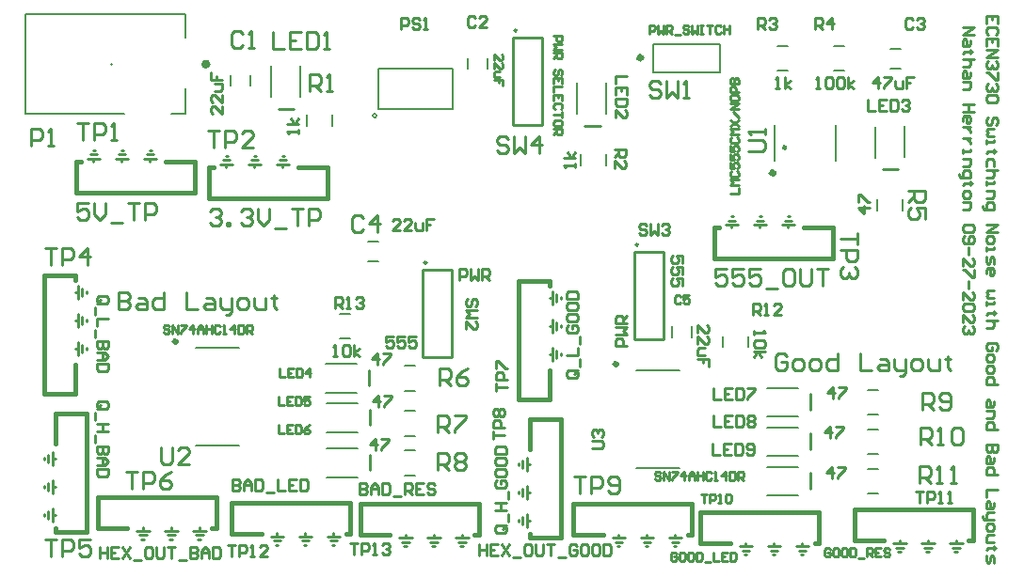
<source format=gto>
G04*
G04 #@! TF.GenerationSoftware,Altium Limited,Altium Designer,23.8.1 (32)*
G04*
G04 Layer_Color=65535*
%FSLAX44Y44*%
%MOMM*%
G71*
G04*
G04 #@! TF.SameCoordinates,CBBC78E8-B8C5-4662-8ADF-5789773BA4AE*
G04*
G04*
G04 #@! TF.FilePolarity,Positive*
G04*
G01*
G75*
%ADD10C,0.1524*%
%ADD11C,0.3810*%
%ADD12C,0.3000*%
%ADD13C,0.5080*%
%ADD14C,0.2540*%
%ADD15C,0.4000*%
%ADD16C,0.1270*%
%ADD17C,0.2000*%
%ADD18C,0.1999*%
D10*
X320566Y410460D02*
G03*
X320566Y410460I-1796J0D01*
G01*
X501350Y412242D02*
Y440182D01*
X527350Y412496D02*
Y440436D01*
X762254Y105440D02*
X771906D01*
X762254Y128240D02*
X771906D01*
X762254Y141000D02*
X771906D01*
X762254Y163800D02*
X771906D01*
X762254Y69880D02*
X771906D01*
X762254Y92680D02*
X771906D01*
X389128Y416318D02*
Y453402D01*
X322072D02*
X389128D01*
X322072Y416318D02*
Y453402D01*
Y416318D02*
X389128D01*
X287528Y209580D02*
X297180D01*
X287528Y232380D02*
X297180D01*
X655290Y202184D02*
Y211836D01*
X632490Y202184D02*
Y211836D01*
X782574Y471170D02*
X792226D01*
X782574Y453390D02*
X792226D01*
X731774Y450880D02*
X741426D01*
X731774Y473680D02*
X741426D01*
X680974Y450880D02*
X690626D01*
X680974Y473680D02*
X690626D01*
X275844Y110790D02*
X303784D01*
X276098Y84790D02*
X304038D01*
X275844Y151430D02*
X303784D01*
X276098Y125430D02*
X304038D01*
X274574Y186990D02*
X302514D01*
X274828Y160990D02*
X302768D01*
X345694Y109190D02*
X355346D01*
X345694Y86390D02*
X355346D01*
X345694Y144750D02*
X355346D01*
X345694Y121950D02*
X355346D01*
X345694Y185390D02*
X355346D01*
X345694Y162590D02*
X355346D01*
X586740Y211074D02*
Y220726D01*
X604520Y211074D02*
Y220726D01*
X672084Y94280D02*
X700024D01*
X672338Y68280D02*
X700278D01*
X672084Y129840D02*
X700024D01*
X672338Y103840D02*
X700278D01*
X672084Y165400D02*
X700024D01*
X672338Y139400D02*
X700278D01*
X420370Y452628D02*
Y462280D01*
X402590Y452628D02*
Y462280D01*
X257840Y401574D02*
Y411226D01*
X280640Y401574D02*
Y411226D01*
X504220Y366014D02*
Y375666D01*
X527020Y366014D02*
Y375666D01*
X795320Y373126D02*
Y401066D01*
X769320Y372872D02*
Y400812D01*
X793720Y325374D02*
Y335026D01*
X770920Y325374D02*
Y335026D01*
X207010Y437388D02*
Y447040D01*
X189230Y437388D02*
Y447040D01*
X251760Y427736D02*
Y455676D01*
X225760Y427482D02*
Y455422D01*
X312674Y279400D02*
X322326D01*
X312674Y297180D02*
X322326D01*
D11*
X140970Y207010D02*
G03*
X140970Y207010I-1270J0D01*
G01*
X537210Y186690D02*
G03*
X537210Y186690I-1270J0D01*
G01*
X306070Y60960D02*
X412750D01*
Y33020D02*
Y60960D01*
X408940Y33020D02*
X412750D01*
X306070D02*
Y60960D01*
Y33020D02*
X332740D01*
X190500Y62230D02*
X297180D01*
Y34290D02*
Y62230D01*
X293370Y34290D02*
X297180D01*
X190500D02*
Y62230D01*
Y34290D02*
X217170D01*
X750570Y55880D02*
X857250D01*
Y27940D02*
Y55880D01*
X853440Y27940D02*
X857250D01*
X750570D02*
Y55880D01*
Y27940D02*
X777240D01*
X612140Y53340D02*
X718820D01*
Y25400D02*
Y53340D01*
X715010Y25400D02*
X718820D01*
X612140D02*
Y53340D01*
Y25400D02*
X638810D01*
X704850Y309880D02*
X731520D01*
Y281940D02*
Y309880D01*
X624840D02*
X628650D01*
X624840Y281940D02*
Y309880D01*
Y281940D02*
X731520D01*
X250190Y364490D02*
X276860D01*
Y336550D02*
Y364490D01*
X170180D02*
X173990D01*
X170180Y336550D02*
Y364490D01*
Y336550D02*
X276860D01*
X69850Y67310D02*
X176530D01*
Y39370D02*
Y67310D01*
X172720Y39370D02*
X176530D01*
X69850D02*
Y67310D01*
Y39370D02*
X96520D01*
X59690Y35560D02*
Y142240D01*
X31750Y35560D02*
X59690D01*
X31750D02*
Y39370D01*
Y142240D02*
X59690D01*
X31750Y115570D02*
Y142240D01*
X21590Y160020D02*
Y266700D01*
X49530D01*
Y262890D02*
Y266700D01*
X21590Y160020D02*
X49530D01*
Y186690D01*
X448310Y154940D02*
Y261620D01*
X476250D01*
Y257810D02*
Y261620D01*
X448310Y154940D02*
X476250D01*
Y181610D01*
X486410Y30480D02*
Y137160D01*
X458470Y30480D02*
X486410D01*
X458470D02*
Y34290D01*
Y137160D02*
X486410D01*
X458470Y110490D02*
Y137160D01*
X497840Y60960D02*
X604520D01*
Y33020D02*
Y60960D01*
X600710Y33020D02*
X604520D01*
X497840D02*
Y60960D01*
Y33020D02*
X524510D01*
X50800Y341630D02*
X157480D01*
X50800D02*
Y369570D01*
X54610D01*
X157480Y341630D02*
Y369570D01*
X130810D02*
X157480D01*
D12*
X688578Y382016D02*
G03*
X688578Y382016I-1000J0D01*
G01*
D13*
X678160Y358830D02*
G03*
X678160Y358830I-1250J0D01*
G01*
X559027Y462675D02*
G03*
X559027Y462675I-1270J0D01*
G01*
D14*
X446782Y487680D02*
G03*
X446782Y487680I-1000J0D01*
G01*
X365502Y278130D02*
G03*
X365502Y278130I-1000J0D01*
G01*
X556002Y294640D02*
G03*
X556002Y294640I-1000J0D01*
G01*
X507746Y401574D02*
X521970D01*
X396298Y22860D02*
X398145D01*
X394335Y26670D02*
X400685D01*
X397510Y30480D02*
Y33088D01*
X391795Y30480D02*
X403225D01*
X370898Y22860D02*
X372745D01*
X368935Y26670D02*
X375285D01*
X372110Y30480D02*
Y33088D01*
X366395Y30480D02*
X377825D01*
X345498Y22860D02*
X347345D01*
X343535Y26670D02*
X349885D01*
X346710Y30480D02*
Y33088D01*
X340995Y30480D02*
X352425D01*
X280728Y24130D02*
X282575D01*
X278765Y27940D02*
X285115D01*
X281940Y31750D02*
Y34358D01*
X276225Y31750D02*
X287655D01*
X255328Y24130D02*
X257175D01*
X253365Y27940D02*
X259715D01*
X256540Y31750D02*
Y34358D01*
X250825Y31750D02*
X262255D01*
X229928Y24130D02*
X231775D01*
X227965Y27940D02*
X234315D01*
X231140Y31750D02*
Y34358D01*
X225425Y31750D02*
X236855D01*
X840798Y17780D02*
X842645D01*
X838835Y21590D02*
X845185D01*
X842010Y25400D02*
Y28008D01*
X836295Y25400D02*
X847725D01*
X815398Y17780D02*
X817245D01*
X813435Y21590D02*
X819785D01*
X816610Y25400D02*
Y28008D01*
X810895Y25400D02*
X822325D01*
X789998Y17780D02*
X791845D01*
X788035Y21590D02*
X794385D01*
X791210Y25400D02*
Y28008D01*
X785495Y25400D02*
X796925D01*
X702368Y15240D02*
X704215D01*
X700405Y19050D02*
X706755D01*
X703580Y22860D02*
Y25468D01*
X697865Y22860D02*
X709295D01*
X676968Y15240D02*
X678815D01*
X675005Y19050D02*
X681355D01*
X678180Y22860D02*
Y25468D01*
X672465Y22860D02*
X683895D01*
X651568Y15240D02*
X653415D01*
X649605Y19050D02*
X655955D01*
X652780Y22860D02*
Y25468D01*
X647065Y22860D02*
X658495D01*
X685165Y312420D02*
X696595D01*
X690880Y309812D02*
Y312420D01*
X687705Y316230D02*
X694055D01*
X690245Y320040D02*
X692092D01*
X659765Y312420D02*
X671195D01*
X665480Y309812D02*
Y312420D01*
X662305Y316230D02*
X668655D01*
X664845Y320040D02*
X666692D01*
X634365Y312420D02*
X645795D01*
X640080Y309812D02*
Y312420D01*
X636905Y316230D02*
X643255D01*
X639445Y320040D02*
X641292D01*
X443230Y402590D02*
Y481330D01*
X469900D01*
X443230Y402590D02*
X469900D01*
Y481330D01*
X230505Y367030D02*
X241935D01*
X236220Y364422D02*
Y367030D01*
X233045Y370840D02*
X239395D01*
X235585Y374650D02*
X237432D01*
X205105Y367030D02*
X216535D01*
X210820Y364422D02*
Y367030D01*
X207645Y370840D02*
X213995D01*
X210185Y374650D02*
X212032D01*
X179705Y367030D02*
X191135D01*
X185420Y364422D02*
Y367030D01*
X182245Y370840D02*
X188595D01*
X184785Y374650D02*
X186632D01*
X361950Y193040D02*
Y271780D01*
X388620D01*
X361950Y193040D02*
X388620D01*
Y271780D01*
X314706Y91186D02*
Y105410D01*
Y131826D02*
Y146050D01*
X313436Y167386D02*
Y181610D01*
X160078Y29210D02*
X161925D01*
X158115Y33020D02*
X164465D01*
X161290Y36830D02*
Y39438D01*
X155575Y36830D02*
X167005D01*
X134678Y29210D02*
X136525D01*
X132715Y33020D02*
X139065D01*
X135890Y36830D02*
Y39438D01*
X130175Y36830D02*
X141605D01*
X109278Y29210D02*
X111125D01*
X107315Y33020D02*
X113665D01*
X110490Y36830D02*
Y39438D01*
X104775Y36830D02*
X116205D01*
X21590Y50165D02*
Y52012D01*
X25400Y47625D02*
Y53975D01*
X29210Y50800D02*
X31818D01*
X29210Y45085D02*
Y56515D01*
X21590Y75565D02*
Y77412D01*
X25400Y73025D02*
Y79375D01*
X29210Y76200D02*
X31818D01*
X29210Y70485D02*
Y81915D01*
X21590Y100965D02*
Y102812D01*
X25400Y98425D02*
Y104775D01*
X29210Y101600D02*
X31818D01*
X29210Y95885D02*
Y107315D01*
X59690Y250248D02*
Y252095D01*
X55880Y248285D02*
Y254635D01*
X49462Y251460D02*
X52070D01*
Y245745D02*
Y257175D01*
X59690Y224848D02*
Y226695D01*
X55880Y222885D02*
Y229235D01*
X49462Y226060D02*
X52070D01*
Y220345D02*
Y231775D01*
X59690Y199448D02*
Y201295D01*
X55880Y197485D02*
Y203835D01*
X49462Y200660D02*
X52070D01*
Y194945D02*
Y206375D01*
X552450Y209550D02*
Y288290D01*
X579120D01*
X552450Y209550D02*
X579120D01*
Y288290D01*
X486410Y245168D02*
Y247015D01*
X482600Y243205D02*
Y249555D01*
X476182Y246380D02*
X478790D01*
Y240665D02*
Y252095D01*
X486410Y219768D02*
Y221615D01*
X482600Y217805D02*
Y224155D01*
X476182Y220980D02*
X478790D01*
Y215265D02*
Y226695D01*
X486410Y194368D02*
Y196215D01*
X482600Y192405D02*
Y198755D01*
X476182Y195580D02*
X478790D01*
Y189865D02*
Y201295D01*
X448310Y45085D02*
Y46932D01*
X452120Y42545D02*
Y48895D01*
X455930Y45720D02*
X458538D01*
X455930Y40005D02*
Y51435D01*
X448310Y70485D02*
Y72332D01*
X452120Y67945D02*
Y74295D01*
X455930Y71120D02*
X458538D01*
X455930Y65405D02*
Y76835D01*
X448310Y95885D02*
Y97732D01*
X452120Y93345D02*
Y99695D01*
X455930Y96520D02*
X458538D01*
X455930Y90805D02*
Y102235D01*
X588068Y22860D02*
X589915D01*
X586105Y26670D02*
X592455D01*
X589280Y30480D02*
Y33088D01*
X583565Y30480D02*
X594995D01*
X562668Y22860D02*
X564515D01*
X560705Y26670D02*
X567055D01*
X563880Y30480D02*
Y33088D01*
X558165Y30480D02*
X569595D01*
X537268Y22860D02*
X539115D01*
X535305Y26670D02*
X541655D01*
X538480Y30480D02*
Y33088D01*
X532765Y30480D02*
X544195D01*
X710946Y74676D02*
Y88900D01*
Y110236D02*
Y124460D01*
Y145796D02*
Y160020D01*
X775716Y362204D02*
X789940D01*
X81510Y457200D02*
X81590D01*
X232156Y416814D02*
X246380D01*
X65405Y379730D02*
X67252D01*
X62865Y375920D02*
X69215D01*
X66040Y369502D02*
Y372110D01*
X60325D02*
X71755D01*
X90805Y379730D02*
X92652D01*
X88265Y375920D02*
X94615D01*
X91440Y369502D02*
Y372110D01*
X85725D02*
X97155D01*
X116205Y379730D02*
X118052D01*
X113665Y375920D02*
X120015D01*
X116840Y369502D02*
Y372110D01*
X111125D02*
X122555D01*
X879762Y493609D02*
Y500380D01*
X869605D01*
Y493609D01*
X874684Y500380D02*
Y496994D01*
X878069Y483452D02*
X879762Y485145D01*
Y488531D01*
X878069Y490223D01*
X871298D01*
X869605Y488531D01*
Y485145D01*
X871298Y483452D01*
X879762Y473295D02*
Y480067D01*
X869605D01*
Y473295D01*
X874684Y480067D02*
Y476681D01*
X869605Y469910D02*
X879762D01*
X869605Y463139D01*
X879762D01*
X878069Y459753D02*
X879762Y458060D01*
Y454675D01*
X878069Y452982D01*
X876376D01*
X874684Y454675D01*
Y456367D01*
Y454675D01*
X872991Y452982D01*
X871298D01*
X869605Y454675D01*
Y458060D01*
X871298Y459753D01*
X879762Y449596D02*
Y442825D01*
X878069D01*
X871298Y449596D01*
X869605D01*
X878069Y439440D02*
X879762Y437747D01*
Y434361D01*
X878069Y432668D01*
X876376D01*
X874684Y434361D01*
Y436054D01*
Y434361D01*
X872991Y432668D01*
X871298D01*
X869605Y434361D01*
Y437747D01*
X871298Y439440D01*
X878069Y429283D02*
X879762Y427590D01*
Y424205D01*
X878069Y422512D01*
X871298D01*
X869605Y424205D01*
Y427590D01*
X871298Y429283D01*
X878069D01*
Y402198D02*
X879762Y403891D01*
Y407277D01*
X878069Y408969D01*
X876376D01*
X874684Y407277D01*
Y403891D01*
X872991Y402198D01*
X871298D01*
X869605Y403891D01*
Y407277D01*
X871298Y408969D01*
X876376Y398813D02*
X871298D01*
X869605Y397120D01*
X871298Y395427D01*
X869605Y393734D01*
X871298Y392042D01*
X876376D01*
X869605Y388656D02*
Y385271D01*
Y386963D01*
X876376D01*
Y388656D01*
X878069Y378499D02*
X876376D01*
Y380192D01*
Y376806D01*
Y378499D01*
X871298D01*
X869605Y376806D01*
X876376Y364957D02*
Y370035D01*
X874684Y371728D01*
X871298D01*
X869605Y370035D01*
Y364957D01*
X879762Y361571D02*
X869605D01*
X874684D01*
X876376Y359879D01*
Y356493D01*
X874684Y354800D01*
X869605D01*
Y351415D02*
Y348029D01*
Y349722D01*
X876376D01*
Y351415D01*
X869605Y342951D02*
X876376D01*
Y337872D01*
X874684Y336180D01*
X869605D01*
X866220Y329408D02*
Y327716D01*
X867912Y326023D01*
X876376D01*
Y331101D01*
X874684Y332794D01*
X871298D01*
X869605Y331101D01*
Y326023D01*
Y312481D02*
X879762D01*
X869605Y305709D01*
X879762D01*
X869605Y300631D02*
Y297246D01*
X871298Y295553D01*
X874684D01*
X876376Y297246D01*
Y300631D01*
X874684Y302324D01*
X871298D01*
X869605Y300631D01*
Y292167D02*
Y288782D01*
Y290474D01*
X876376D01*
Y292167D01*
X869605Y283703D02*
Y278625D01*
X871298Y276932D01*
X872991Y278625D01*
Y282010D01*
X874684Y283703D01*
X876376Y282010D01*
Y276932D01*
X869605Y268468D02*
Y271854D01*
X871298Y273547D01*
X874684D01*
X876376Y271854D01*
Y268468D01*
X874684Y266775D01*
X872991D01*
Y273547D01*
X876376Y253233D02*
X871298D01*
X869605Y251540D01*
X871298Y249848D01*
X869605Y248155D01*
X871298Y246462D01*
X876376D01*
X869605Y243076D02*
Y239691D01*
Y241383D01*
X876376D01*
Y243076D01*
X878069Y232920D02*
X876376D01*
Y234612D01*
Y231227D01*
Y232920D01*
X871298D01*
X869605Y231227D01*
X879762Y226148D02*
X869605D01*
X874684D01*
X876376Y224456D01*
Y221070D01*
X874684Y219377D01*
X869605D01*
X878069Y199064D02*
X879762Y200757D01*
Y204142D01*
X878069Y205835D01*
X871298D01*
X869605Y204142D01*
Y200757D01*
X871298Y199064D01*
X874684D01*
Y202449D01*
X869605Y193986D02*
Y190600D01*
X871298Y188907D01*
X874684D01*
X876376Y190600D01*
Y193986D01*
X874684Y195678D01*
X871298D01*
X869605Y193986D01*
Y183829D02*
Y180443D01*
X871298Y178750D01*
X874684D01*
X876376Y180443D01*
Y183829D01*
X874684Y185522D01*
X871298D01*
X869605Y183829D01*
X879762Y168594D02*
X869605D01*
Y173672D01*
X871298Y175365D01*
X874684D01*
X876376Y173672D01*
Y168594D01*
Y153359D02*
Y149973D01*
X874684Y148280D01*
X869605D01*
Y153359D01*
X871298Y155051D01*
X872991Y153359D01*
Y148280D01*
X869605Y144895D02*
X876376D01*
Y139816D01*
X874684Y138124D01*
X869605D01*
X879762Y127967D02*
X869605D01*
Y133045D01*
X871298Y134738D01*
X874684D01*
X876376Y133045D01*
Y127967D01*
X879762Y114424D02*
X869605D01*
Y109346D01*
X871298Y107653D01*
X872991D01*
X874684Y109346D01*
Y114424D01*
Y109346D01*
X876376Y107653D01*
X878069D01*
X879762Y109346D01*
Y114424D01*
X876376Y102575D02*
Y99189D01*
X874684Y97497D01*
X869605D01*
Y102575D01*
X871298Y104268D01*
X872991Y102575D01*
Y97497D01*
X879762Y87340D02*
X869605D01*
Y92418D01*
X871298Y94111D01*
X874684D01*
X876376Y92418D01*
Y87340D01*
X879762Y73798D02*
X869605D01*
Y67027D01*
X876376Y61948D02*
Y58562D01*
X874684Y56870D01*
X869605D01*
Y61948D01*
X871298Y63641D01*
X872991Y61948D01*
Y56870D01*
X876376Y53484D02*
X871298D01*
X869605Y51791D01*
Y46713D01*
X867912D01*
X866220Y48406D01*
Y50099D01*
X869605Y46713D02*
X876376D01*
X869605Y41635D02*
Y38249D01*
X871298Y36556D01*
X874684D01*
X876376Y38249D01*
Y41635D01*
X874684Y43327D01*
X871298D01*
X869605Y41635D01*
X876376Y33171D02*
X871298D01*
X869605Y31478D01*
Y26400D01*
X876376D01*
X878069Y21321D02*
X876376D01*
Y23014D01*
Y19628D01*
Y21321D01*
X871298D01*
X869605Y19628D01*
Y14550D02*
Y9472D01*
X871298Y7779D01*
X872991Y9472D01*
Y12857D01*
X874684Y14550D01*
X876376Y12857D01*
Y7779D01*
X847936Y490223D02*
X858092D01*
X847936Y483452D01*
X858092D01*
X854707Y478374D02*
Y474988D01*
X853014Y473295D01*
X847936D01*
Y478374D01*
X849628Y480067D01*
X851321Y478374D01*
Y473295D01*
X856400Y468217D02*
X854707D01*
Y469910D01*
Y466524D01*
Y468217D01*
X849628D01*
X847936Y466524D01*
X858092Y461446D02*
X847936D01*
X853014D01*
X854707Y459753D01*
Y456367D01*
X853014Y454675D01*
X847936D01*
X854707Y449596D02*
Y446211D01*
X853014Y444518D01*
X847936D01*
Y449596D01*
X849628Y451289D01*
X851321Y449596D01*
Y444518D01*
X847936Y441132D02*
X854707D01*
Y436054D01*
X853014Y434361D01*
X847936D01*
X858092Y420819D02*
X847936D01*
X853014D01*
Y414048D01*
X858092D01*
X847936D01*
Y405584D02*
Y408969D01*
X849628Y410662D01*
X853014D01*
X854707Y408969D01*
Y405584D01*
X853014Y403891D01*
X851321D01*
Y410662D01*
X854707Y400505D02*
X847936D01*
X851321D01*
X853014Y398813D01*
X854707Y397120D01*
Y395427D01*
Y390349D02*
X847936D01*
X851321D01*
X853014Y388656D01*
X854707Y386963D01*
Y385271D01*
X847936Y380192D02*
Y376806D01*
Y378499D01*
X854707D01*
Y380192D01*
X847936Y371728D02*
X854707D01*
Y366650D01*
X853014Y364957D01*
X847936D01*
X844550Y358186D02*
Y356493D01*
X846243Y354800D01*
X854707D01*
Y359879D01*
X853014Y361571D01*
X849628D01*
X847936Y359879D01*
Y354800D01*
X856400Y349722D02*
X854707D01*
Y351415D01*
Y348029D01*
Y349722D01*
X849628D01*
X847936Y348029D01*
Y341258D02*
Y337872D01*
X849628Y336180D01*
X853014D01*
X854707Y337872D01*
Y341258D01*
X853014Y342951D01*
X849628D01*
X847936Y341258D01*
Y332794D02*
X854707D01*
Y327716D01*
X853014Y326023D01*
X847936D01*
X856400Y312481D02*
X858092Y310788D01*
Y307402D01*
X856400Y305709D01*
X849628D01*
X847936Y307402D01*
Y310788D01*
X849628Y312481D01*
X856400D01*
X849628Y302324D02*
X847936Y300631D01*
Y297246D01*
X849628Y295553D01*
X856400D01*
X858092Y297246D01*
Y300631D01*
X856400Y302324D01*
X854707D01*
X853014Y300631D01*
Y295553D01*
Y292167D02*
Y285396D01*
X847936Y275239D02*
Y282010D01*
X854707Y275239D01*
X856400D01*
X858092Y276932D01*
Y280318D01*
X856400Y282010D01*
X858092Y271854D02*
Y265083D01*
X856400D01*
X849628Y271854D01*
X847936D01*
X853014Y261697D02*
Y254926D01*
X847936Y244769D02*
Y251540D01*
X854707Y244769D01*
X856400D01*
X858092Y246462D01*
Y249848D01*
X856400Y251540D01*
Y241383D02*
X858092Y239691D01*
Y236305D01*
X856400Y234612D01*
X849628D01*
X847936Y236305D01*
Y239691D01*
X849628Y241383D01*
X856400D01*
X847936Y224456D02*
Y231227D01*
X854707Y224456D01*
X856400D01*
X858092Y226148D01*
Y229534D01*
X856400Y231227D01*
Y221070D02*
X858092Y219377D01*
Y215992D01*
X856400Y214299D01*
X854707D01*
X853014Y215992D01*
Y217684D01*
Y215992D01*
X851321Y214299D01*
X849628D01*
X847936Y215992D01*
Y219377D01*
X849628Y221070D01*
X250190Y394970D02*
Y398356D01*
Y396663D01*
X240033D01*
X241726Y394970D01*
X250190Y403434D02*
X240033D01*
X246804D02*
X243419Y408512D01*
X246804Y403434D02*
X250190Y408512D01*
X764540Y327658D02*
X754383D01*
X759462Y322580D01*
Y329351D01*
X754383Y332737D02*
Y339508D01*
X756076D01*
X762847Y332737D01*
X764540D01*
X595627Y277709D02*
Y284480D01*
X590548D01*
X592241Y281094D01*
Y279402D01*
X590548Y277709D01*
X587163D01*
X585470Y279402D01*
Y282787D01*
X587163Y284480D01*
X595627Y267552D02*
Y274323D01*
X590548D01*
X592241Y270938D01*
Y269245D01*
X590548Y267552D01*
X587163D01*
X585470Y269245D01*
Y272631D01*
X587163Y274323D01*
X595627Y257395D02*
Y264167D01*
X590548D01*
X592241Y260781D01*
Y259088D01*
X590548Y257395D01*
X587163D01*
X585470Y259088D01*
Y262474D01*
X587163Y264167D01*
X335701Y212087D02*
X328930D01*
Y207008D01*
X332316Y208701D01*
X334008D01*
X335701Y207008D01*
Y203623D01*
X334008Y201930D01*
X330623D01*
X328930Y203623D01*
X345858Y212087D02*
X339087D01*
Y207008D01*
X342472Y208701D01*
X344165D01*
X345858Y207008D01*
Y203623D01*
X344165Y201930D01*
X340779D01*
X339087Y203623D01*
X356015Y212087D02*
X349243D01*
Y207008D01*
X352629Y208701D01*
X354322D01*
X356015Y207008D01*
Y203623D01*
X354322Y201930D01*
X350936D01*
X349243Y203623D01*
X426720Y461012D02*
Y466090D01*
X431798Y461012D01*
X433068D01*
X434338Y462281D01*
Y464820D01*
X433068Y466090D01*
X426720Y453394D02*
Y458473D01*
X431798Y453394D01*
X433068D01*
X434338Y454664D01*
Y457203D01*
X433068Y458473D01*
X431798Y450855D02*
X427990D01*
X426720Y449585D01*
Y445777D01*
X431798D01*
X434338Y438159D02*
Y443237D01*
X430529D01*
Y440698D01*
Y443237D01*
X426720D01*
X689607Y194304D02*
X687067Y196843D01*
X681989D01*
X679450Y194304D01*
Y184147D01*
X681989Y181608D01*
X687067D01*
X689607Y184147D01*
Y189226D01*
X684528D01*
X697224Y181608D02*
X702303D01*
X704842Y184147D01*
Y189226D01*
X702303Y191765D01*
X697224D01*
X694685Y189226D01*
Y184147D01*
X697224Y181608D01*
X712459D02*
X717538D01*
X720077Y184147D01*
Y189226D01*
X717538Y191765D01*
X712459D01*
X709920Y189226D01*
Y184147D01*
X712459Y181608D01*
X735312Y196843D02*
Y181608D01*
X727694D01*
X725155Y184147D01*
Y189226D01*
X727694Y191765D01*
X735312D01*
X755625Y196843D02*
Y181608D01*
X765782D01*
X773400Y191765D02*
X778478D01*
X781017Y189226D01*
Y181608D01*
X773400D01*
X770860Y184147D01*
X773400Y186687D01*
X781017D01*
X786096Y191765D02*
Y184147D01*
X788635Y181608D01*
X796252D01*
Y179069D01*
X793713Y176530D01*
X791174D01*
X796252Y181608D02*
Y191765D01*
X803870Y181608D02*
X808948D01*
X811487Y184147D01*
Y189226D01*
X808948Y191765D01*
X803870D01*
X801331Y189226D01*
Y184147D01*
X803870Y181608D01*
X816566Y191765D02*
Y184147D01*
X819105Y181608D01*
X826722D01*
Y191765D01*
X834340Y194304D02*
Y191765D01*
X831801D01*
X836879D01*
X834340D01*
Y184147D01*
X836879Y181608D01*
X281940Y194310D02*
X285326D01*
X283633D01*
Y204467D01*
X281940Y202774D01*
X290404D02*
X292097Y204467D01*
X295482D01*
X297175Y202774D01*
Y196003D01*
X295482Y194310D01*
X292097D01*
X290404Y196003D01*
Y202774D01*
X300561Y194310D02*
Y204467D01*
Y197696D02*
X305639Y201081D01*
X300561Y197696D02*
X305639Y194310D01*
X728978Y120650D02*
Y130807D01*
X723900Y125728D01*
X730671D01*
X734057Y130807D02*
X740828D01*
Y129114D01*
X734057Y122343D01*
Y120650D01*
X394970Y262890D02*
Y273047D01*
X400048D01*
X401741Y271354D01*
Y267968D01*
X400048Y266276D01*
X394970D01*
X405127Y273047D02*
Y262890D01*
X408512Y266276D01*
X411898Y262890D01*
Y273047D01*
X415283Y262890D02*
Y273047D01*
X420362D01*
X422055Y271354D01*
Y267968D01*
X420362Y266276D01*
X415283D01*
X418669D02*
X422055Y262890D01*
X679450Y435610D02*
X682836D01*
X681143D01*
Y445767D01*
X679450Y444074D01*
X687914Y435610D02*
Y445767D01*
Y438996D02*
X692992Y442381D01*
X687914Y438996D02*
X692992Y435610D01*
X181610Y419521D02*
Y412750D01*
X174839Y419521D01*
X173146D01*
X171453Y417828D01*
Y414443D01*
X173146Y412750D01*
X181610Y429678D02*
Y422907D01*
X174839Y429678D01*
X173146D01*
X171453Y427985D01*
Y424599D01*
X173146Y422907D01*
X174839Y433064D02*
X179917D01*
X181610Y434756D01*
Y439835D01*
X174839D01*
X171453Y449991D02*
Y443220D01*
X176532D01*
Y446606D01*
Y443220D01*
X181610D01*
X716280Y435610D02*
X719666D01*
X717973D01*
Y445767D01*
X716280Y444074D01*
X724744D02*
X726437Y445767D01*
X729822D01*
X731515Y444074D01*
Y437303D01*
X729822Y435610D01*
X726437D01*
X724744Y437303D01*
Y444074D01*
X734901D02*
X736593Y445767D01*
X739979D01*
X741672Y444074D01*
Y437303D01*
X739979Y435610D01*
X736593D01*
X734901Y437303D01*
Y444074D01*
X745057Y435610D02*
Y445767D01*
Y438996D02*
X750136Y442381D01*
X745057Y438996D02*
X750136Y435610D01*
X321308Y186690D02*
Y196847D01*
X316230Y191768D01*
X323001D01*
X326387Y196847D02*
X333158D01*
Y195154D01*
X326387Y188383D01*
Y186690D01*
X660400Y217170D02*
Y213784D01*
Y215477D01*
X670557D01*
X668864Y217170D01*
Y208706D02*
X670557Y207013D01*
Y203628D01*
X668864Y201935D01*
X662093D01*
X660400Y203628D01*
Y207013D01*
X662093Y208706D01*
X668864D01*
X660400Y198549D02*
X670557D01*
X663786D02*
X667171Y193471D01*
X663786Y198549D02*
X660400Y193471D01*
X546100Y203200D02*
X535943D01*
Y208278D01*
X537636Y209971D01*
X541022D01*
X542714Y208278D01*
Y203200D01*
X535943Y213357D02*
X546100D01*
X542714Y216742D01*
X546100Y220128D01*
X535943D01*
X546100Y223513D02*
X535943D01*
Y228592D01*
X537636Y230285D01*
X541022D01*
X542714Y228592D01*
Y223513D01*
Y226899D02*
X546100Y230285D01*
X731518Y156210D02*
Y166367D01*
X726440Y161288D01*
X733211D01*
X736597Y166367D02*
X743368D01*
Y164674D01*
X736597Y157903D01*
Y156210D01*
X342051Y307340D02*
X335280D01*
X342051Y314111D01*
Y315804D01*
X340358Y317497D01*
X336973D01*
X335280Y315804D01*
X352208Y307340D02*
X345437D01*
X352208Y314111D01*
Y315804D01*
X350515Y317497D01*
X347130D01*
X345437Y315804D01*
X355593Y314111D02*
Y309033D01*
X357286Y307340D01*
X362365D01*
Y314111D01*
X372521Y317497D02*
X365750D01*
Y312418D01*
X369136D01*
X365750D01*
Y307340D01*
X609600Y215479D02*
Y222250D01*
X616371Y215479D01*
X618064D01*
X619757Y217172D01*
Y220557D01*
X618064Y222250D01*
X609600Y205322D02*
Y212093D01*
X616371Y205322D01*
X618064D01*
X619757Y207015D01*
Y210401D01*
X618064Y212093D01*
X616371Y201936D02*
X611293D01*
X609600Y200244D01*
Y195165D01*
X616371D01*
X619757Y185009D02*
Y191780D01*
X614678D01*
Y188394D01*
Y191780D01*
X609600D01*
X730248Y83820D02*
Y93977D01*
X725170Y88898D01*
X731941D01*
X735327Y93977D02*
X742098D01*
Y92284D01*
X735327Y85513D01*
Y83820D01*
X772158Y435610D02*
Y445767D01*
X767080Y440688D01*
X773851D01*
X777237Y445767D02*
X784008D01*
Y444074D01*
X777237Y437303D01*
Y435610D01*
X787393Y442381D02*
Y437303D01*
X789086Y435610D01*
X794165D01*
Y442381D01*
X804321Y445767D02*
X797550D01*
Y440688D01*
X800936D01*
X797550D01*
Y435610D01*
X322324Y148590D02*
Y158747D01*
X317246Y153668D01*
X324017D01*
X327403Y158747D02*
X334174D01*
Y157054D01*
X327403Y150283D01*
Y148590D01*
X499110Y364490D02*
Y367876D01*
Y366183D01*
X488953D01*
X490646Y364490D01*
X499110Y372954D02*
X488953D01*
X495724D02*
X492339Y378032D01*
X495724Y372954D02*
X499110Y378032D01*
X320038Y109220D02*
Y119377D01*
X314960Y114298D01*
X321731D01*
X325117Y119377D02*
X331888D01*
Y117684D01*
X325117Y110913D01*
Y109220D01*
X88900Y251453D02*
Y236218D01*
X96517D01*
X99057Y238757D01*
Y241297D01*
X96517Y243836D01*
X88900D01*
X96517D01*
X99057Y246375D01*
Y248914D01*
X96517Y251453D01*
X88900D01*
X106674Y246375D02*
X111753D01*
X114292Y243836D01*
Y236218D01*
X106674D01*
X104135Y238757D01*
X106674Y241297D01*
X114292D01*
X129527Y251453D02*
Y236218D01*
X121909D01*
X119370Y238757D01*
Y243836D01*
X121909Y246375D01*
X129527D01*
X149840Y251453D02*
Y236218D01*
X159997D01*
X167614Y246375D02*
X172693D01*
X175232Y243836D01*
Y236218D01*
X167614D01*
X165075Y238757D01*
X167614Y241297D01*
X175232D01*
X180310Y246375D02*
Y238757D01*
X182850Y236218D01*
X190467D01*
Y233679D01*
X187928Y231140D01*
X185389D01*
X190467Y236218D02*
Y246375D01*
X198085Y236218D02*
X203163D01*
X205702Y238757D01*
Y243836D01*
X203163Y246375D01*
X198085D01*
X195546Y243836D01*
Y238757D01*
X198085Y236218D01*
X210781Y246375D02*
Y238757D01*
X213320Y236218D01*
X220937D01*
Y246375D01*
X228555Y248914D02*
Y246375D01*
X226016D01*
X231094D01*
X228555D01*
Y238757D01*
X231094Y236218D01*
X297186Y25398D02*
X303957D01*
X300571D01*
Y15242D01*
X307342D02*
Y25398D01*
X312421D01*
X314114Y23706D01*
Y20320D01*
X312421Y18627D01*
X307342D01*
X317499Y15242D02*
X320885D01*
X319192D01*
Y25398D01*
X317499Y23706D01*
X325963D02*
X327656Y25398D01*
X331041D01*
X332734Y23706D01*
Y22013D01*
X331041Y20320D01*
X329349D01*
X331041D01*
X332734Y18627D01*
Y16934D01*
X331041Y15242D01*
X327656D01*
X325963Y16934D01*
X305234Y79585D02*
Y69428D01*
X310313D01*
X312005Y71121D01*
Y72814D01*
X310313Y74506D01*
X305234D01*
X310313D01*
X312005Y76199D01*
Y77892D01*
X310313Y79585D01*
X305234D01*
X315391Y69428D02*
Y76199D01*
X318777Y79585D01*
X322162Y76199D01*
Y69428D01*
Y74506D01*
X315391D01*
X325548Y79585D02*
Y69428D01*
X330626D01*
X332319Y71121D01*
Y77892D01*
X330626Y79585D01*
X325548D01*
X335704Y67735D02*
X342476D01*
X345861Y69428D02*
Y79585D01*
X350939D01*
X352632Y77892D01*
Y74506D01*
X350939Y72814D01*
X345861D01*
X349247D02*
X352632Y69428D01*
X362789Y79585D02*
X356018D01*
Y69428D01*
X362789D01*
X356018Y74506D02*
X359403D01*
X372946Y77892D02*
X371253Y79585D01*
X367867D01*
X366175Y77892D01*
Y76199D01*
X367867Y74506D01*
X371253D01*
X372946Y72814D01*
Y71121D01*
X371253Y69428D01*
X367867D01*
X366175Y71121D01*
X186696Y24128D02*
X193467D01*
X190081D01*
Y13972D01*
X196852D02*
Y24128D01*
X201931D01*
X203624Y22436D01*
Y19050D01*
X201931Y17357D01*
X196852D01*
X207009Y13972D02*
X210395D01*
X208702D01*
Y24128D01*
X207009Y22436D01*
X222244Y13972D02*
X215473D01*
X222244Y20743D01*
Y22436D01*
X220551Y24128D01*
X217166D01*
X215473Y22436D01*
X190934Y83395D02*
Y73238D01*
X196013D01*
X197705Y74931D01*
Y76624D01*
X196013Y78316D01*
X190934D01*
X196013D01*
X197705Y80009D01*
Y81702D01*
X196013Y83395D01*
X190934D01*
X201091Y73238D02*
Y80009D01*
X204477Y83395D01*
X207862Y80009D01*
Y73238D01*
Y78316D01*
X201091D01*
X211248Y83395D02*
Y73238D01*
X216326D01*
X218019Y74931D01*
Y81702D01*
X216326Y83395D01*
X211248D01*
X221404Y71545D02*
X228176D01*
X231561Y83395D02*
Y73238D01*
X238332D01*
X248489Y83395D02*
X241718D01*
Y73238D01*
X248489D01*
X241718Y78316D02*
X245103D01*
X251875Y83395D02*
Y73238D01*
X256953D01*
X258646Y74931D01*
Y81702D01*
X256953Y83395D01*
X251875D01*
X805609Y72388D02*
X812380D01*
X808994D01*
Y62232D01*
X815765D02*
Y72388D01*
X820844D01*
X822536Y70696D01*
Y67310D01*
X820844Y65617D01*
X815765D01*
X825922Y62232D02*
X829307D01*
X827615D01*
Y72388D01*
X825922Y70696D01*
X834386Y62232D02*
X837772D01*
X836079D01*
Y72388D01*
X834386Y70696D01*
X728988Y19684D02*
X727718Y20954D01*
X725179D01*
X723909Y19684D01*
Y14606D01*
X725179Y13336D01*
X727718D01*
X728988Y14606D01*
Y17145D01*
X726449D01*
X735336Y20954D02*
X732797D01*
X731527Y19684D01*
Y14606D01*
X732797Y13336D01*
X735336D01*
X736605Y14606D01*
Y19684D01*
X735336Y20954D01*
X742953D02*
X740414D01*
X739145Y19684D01*
Y14606D01*
X740414Y13336D01*
X742953D01*
X744223Y14606D01*
Y19684D01*
X742953Y20954D01*
X746762D02*
Y13336D01*
X750571D01*
X751840Y14606D01*
Y19684D01*
X750571Y20954D01*
X746762D01*
X754380Y12066D02*
X759458D01*
X761997Y13336D02*
Y20954D01*
X765806D01*
X767076Y19684D01*
Y17145D01*
X765806Y15875D01*
X761997D01*
X764536D02*
X767076Y13336D01*
X774693Y20954D02*
X769615D01*
Y13336D01*
X774693D01*
X769615Y17145D02*
X772154D01*
X782311Y19684D02*
X781041Y20954D01*
X778502D01*
X777232Y19684D01*
Y18414D01*
X778502Y17145D01*
X781041D01*
X782311Y15875D01*
Y14606D01*
X781041Y13336D01*
X778502D01*
X777232Y14606D01*
X612779Y69849D02*
X617858D01*
X615318D01*
Y62231D01*
X620397D02*
Y69849D01*
X624206D01*
X625475Y68579D01*
Y66040D01*
X624206Y64770D01*
X620397D01*
X628014Y62231D02*
X630554D01*
X629284D01*
Y69849D01*
X628014Y68579D01*
X634362D02*
X635632Y69849D01*
X638171D01*
X639441Y68579D01*
Y63501D01*
X638171Y62231D01*
X635632D01*
X634362Y63501D01*
Y68579D01*
X590558Y15874D02*
X589288Y17144D01*
X586749D01*
X585479Y15874D01*
Y10796D01*
X586749Y9526D01*
X589288D01*
X590558Y10796D01*
Y13335D01*
X588019D01*
X596906Y17144D02*
X594367D01*
X593097Y15874D01*
Y10796D01*
X594367Y9526D01*
X596906D01*
X598175Y10796D01*
Y15874D01*
X596906Y17144D01*
X604523D02*
X601984D01*
X600714Y15874D01*
Y10796D01*
X601984Y9526D01*
X604523D01*
X605793Y10796D01*
Y15874D01*
X604523Y17144D01*
X608332D02*
Y9526D01*
X612141D01*
X613410Y10796D01*
Y15874D01*
X612141Y17144D01*
X608332D01*
X615950Y8256D02*
X621028D01*
X623567Y17144D02*
Y9526D01*
X628646D01*
X636263Y17144D02*
X631185D01*
Y9526D01*
X636263D01*
X631185Y13335D02*
X633724D01*
X638802Y17144D02*
Y9526D01*
X642611D01*
X643881Y10796D01*
Y15874D01*
X642611Y17144D01*
X638802D01*
X439423Y389888D02*
X436884Y392427D01*
X431806D01*
X429267Y389888D01*
Y387349D01*
X431806Y384810D01*
X436884D01*
X439423Y382271D01*
Y379732D01*
X436884Y377192D01*
X431806D01*
X429267Y379732D01*
X444502Y392427D02*
Y377192D01*
X449580Y382271D01*
X454658Y377192D01*
Y392427D01*
X467354Y377192D02*
Y392427D01*
X459737Y384810D01*
X469893D01*
X480061Y482586D02*
X487679D01*
Y478777D01*
X486409Y477507D01*
X483870D01*
X482600Y478777D01*
Y482586D01*
X487679Y474968D02*
X480061D01*
X482600Y472429D01*
X480061Y469890D01*
X487679D01*
X480061Y467351D02*
X487679D01*
Y463542D01*
X486409Y462272D01*
X483870D01*
X482600Y463542D01*
Y467351D01*
Y464811D02*
X480061Y462272D01*
X486409Y447037D02*
X487679Y448307D01*
Y450846D01*
X486409Y452116D01*
X485140D01*
X483870Y450846D01*
Y448307D01*
X482600Y447037D01*
X481331D01*
X480061Y448307D01*
Y450846D01*
X481331Y452116D01*
X487679Y439420D02*
Y444498D01*
X480061D01*
Y439420D01*
X483870Y444498D02*
Y441959D01*
X487679Y436880D02*
X480061D01*
Y431802D01*
X487679Y424184D02*
Y429263D01*
X480061D01*
Y424184D01*
X483870Y429263D02*
Y426724D01*
X486409Y416567D02*
X487679Y417837D01*
Y420376D01*
X486409Y421645D01*
X481331D01*
X480061Y420376D01*
Y417837D01*
X481331Y416567D01*
X487679Y414028D02*
Y408949D01*
Y411489D01*
X480061D01*
X487679Y402602D02*
Y405141D01*
X486409Y406410D01*
X481331D01*
X480061Y405141D01*
Y402602D01*
X481331Y401332D01*
X486409D01*
X487679Y402602D01*
X480061Y398793D02*
X487679D01*
Y394984D01*
X486409Y393714D01*
X483870D01*
X482600Y394984D01*
Y398793D01*
Y396254D02*
X480061Y393714D01*
X283214Y237492D02*
Y247648D01*
X288293D01*
X289985Y245956D01*
Y242570D01*
X288293Y240877D01*
X283214D01*
X286600D02*
X289985Y237492D01*
X293371D02*
X296756D01*
X295064D01*
Y247648D01*
X293371Y245956D01*
X301835D02*
X303528Y247648D01*
X306913D01*
X308606Y245956D01*
Y244263D01*
X306913Y242570D01*
X305220D01*
X306913D01*
X308606Y240877D01*
Y239184D01*
X306913Y237492D01*
X303528D01*
X301835Y239184D01*
X659134Y231142D02*
Y241298D01*
X664212D01*
X665905Y239606D01*
Y236220D01*
X664212Y234527D01*
X659134D01*
X662520D02*
X665905Y231142D01*
X669291D02*
X672676D01*
X670984D01*
Y241298D01*
X669291Y239606D01*
X684526Y231142D02*
X677755D01*
X684526Y237913D01*
Y239606D01*
X682833Y241298D01*
X679448D01*
X677755Y239606D01*
X514352Y110916D02*
X522816D01*
X524508Y112609D01*
Y115994D01*
X522816Y117687D01*
X514352D01*
X516044Y121073D02*
X514352Y122766D01*
Y126151D01*
X516044Y127844D01*
X517737D01*
X519430Y126151D01*
Y124458D01*
Y126151D01*
X521123Y127844D01*
X522816D01*
X524508Y126151D01*
Y122766D01*
X522816Y121073D01*
X575956Y88899D02*
X574687Y90169D01*
X572147D01*
X570878Y88899D01*
Y87630D01*
X572147Y86360D01*
X574687D01*
X575956Y85090D01*
Y83821D01*
X574687Y82551D01*
X572147D01*
X570878Y83821D01*
X578495Y82551D02*
Y90169D01*
X583574Y82551D01*
Y90169D01*
X586113D02*
X591191D01*
Y88899D01*
X586113Y83821D01*
Y82551D01*
X597539D02*
Y90169D01*
X593731Y86360D01*
X598809D01*
X601348Y82551D02*
Y87630D01*
X603887Y90169D01*
X606426Y87630D01*
Y82551D01*
Y86360D01*
X601348D01*
X608966Y90169D02*
Y82551D01*
Y86360D01*
X614044D01*
Y90169D01*
Y82551D01*
X621661Y88899D02*
X620392Y90169D01*
X617853D01*
X616583Y88899D01*
Y83821D01*
X617853Y82551D01*
X620392D01*
X621661Y83821D01*
X624201Y82551D02*
X626740D01*
X625470D01*
Y90169D01*
X624201Y88899D01*
X634357Y82551D02*
Y90169D01*
X630549Y86360D01*
X635627D01*
X638166Y90169D02*
Y82551D01*
X641975D01*
X643244Y83821D01*
Y88899D01*
X641975Y90169D01*
X638166D01*
X645784Y82551D02*
Y90169D01*
X649593D01*
X650862Y88899D01*
Y86360D01*
X649593Y85090D01*
X645784D01*
X648323D02*
X650862Y82551D01*
X127004Y111757D02*
Y99062D01*
X129543Y96523D01*
X134622D01*
X137161Y99062D01*
Y111757D01*
X152396Y96523D02*
X142239D01*
X152396Y106679D01*
Y109218D01*
X149857Y111757D01*
X144778D01*
X142239Y109218D01*
X133996Y220979D02*
X132727Y222249D01*
X130188D01*
X128918Y220979D01*
Y219710D01*
X130188Y218440D01*
X132727D01*
X133996Y217170D01*
Y215901D01*
X132727Y214631D01*
X130188D01*
X128918Y215901D01*
X136536Y214631D02*
Y222249D01*
X141614Y214631D01*
Y222249D01*
X144153D02*
X149231D01*
Y220979D01*
X144153Y215901D01*
Y214631D01*
X155579D02*
Y222249D01*
X151771Y218440D01*
X156849D01*
X159388Y214631D02*
Y219710D01*
X161927Y222249D01*
X164466Y219710D01*
Y214631D01*
Y218440D01*
X159388D01*
X167006Y222249D02*
Y214631D01*
Y218440D01*
X172084D01*
Y222249D01*
Y214631D01*
X179701Y220979D02*
X178432Y222249D01*
X175893D01*
X174623Y220979D01*
Y215901D01*
X175893Y214631D01*
X178432D01*
X179701Y215901D01*
X182241Y214631D02*
X184780D01*
X183510D01*
Y222249D01*
X182241Y220979D01*
X192397Y214631D02*
Y222249D01*
X188589Y218440D01*
X193667D01*
X196206Y222249D02*
Y214631D01*
X200015D01*
X201285Y215901D01*
Y220979D01*
X200015Y222249D01*
X196206D01*
X203824Y214631D02*
Y222249D01*
X207633D01*
X208902Y220979D01*
Y218440D01*
X207633Y217170D01*
X203824D01*
X206363D02*
X208902Y214631D01*
X655322Y378463D02*
X668018D01*
X670557Y381003D01*
Y386081D01*
X668018Y388620D01*
X655322D01*
X670557Y393698D02*
Y398777D01*
Y396238D01*
X655322D01*
X657862Y393698D01*
X638811Y340377D02*
X646429D01*
Y345455D01*
Y347994D02*
X638811D01*
X641350Y350534D01*
X638811Y353073D01*
X646429D01*
X640081Y360690D02*
X638811Y359421D01*
Y356881D01*
X640081Y355612D01*
X645159D01*
X646429Y356881D01*
Y359421D01*
X645159Y360690D01*
X638811Y368308D02*
Y363229D01*
X642620D01*
X641350Y365769D01*
Y367038D01*
X642620Y368308D01*
X645159D01*
X646429Y367038D01*
Y364499D01*
X645159Y363229D01*
X638811Y375925D02*
Y370847D01*
X642620D01*
X641350Y373386D01*
Y374656D01*
X642620Y375925D01*
X645159D01*
X646429Y374656D01*
Y372117D01*
X645159Y370847D01*
X638811Y383543D02*
Y378465D01*
X642620D01*
X641350Y381004D01*
Y382273D01*
X642620Y383543D01*
X645159D01*
X646429Y382273D01*
Y379734D01*
X645159Y378465D01*
X640081Y391160D02*
X638811Y389891D01*
Y387352D01*
X640081Y386082D01*
X645159D01*
X646429Y387352D01*
Y389891D01*
X645159Y391160D01*
X646429Y393700D02*
X638811D01*
X641350Y396239D01*
X638811Y398778D01*
X646429D01*
X638811Y401317D02*
X646429Y406395D01*
X638811D02*
X646429Y401317D01*
Y408935D02*
X641350Y414013D01*
X646429Y416552D02*
X638811D01*
X646429Y421631D01*
X638811D01*
Y427979D02*
Y425439D01*
X640081Y424170D01*
X645159D01*
X646429Y425439D01*
Y427979D01*
X645159Y429248D01*
X640081D01*
X638811Y427979D01*
X646429Y431787D02*
X638811D01*
Y435596D01*
X640081Y436866D01*
X642620D01*
X643889Y435596D01*
Y431787D01*
X638811Y439405D02*
X646429D01*
Y443214D01*
X645159Y444483D01*
X643889D01*
X642620Y443214D01*
Y439405D01*
Y443214D01*
X641350Y444483D01*
X640081D01*
X638811Y443214D01*
Y439405D01*
X498348Y85847D02*
X508505D01*
X503426D01*
Y70612D01*
X513583D02*
Y85847D01*
X521201D01*
X523740Y83308D01*
Y78229D01*
X521201Y75690D01*
X513583D01*
X528818Y73151D02*
X531357Y70612D01*
X536436D01*
X538975Y73151D01*
Y83308D01*
X536436Y85847D01*
X531357D01*
X528818Y83308D01*
Y80769D01*
X531357Y78229D01*
X538975D01*
X413192Y24975D02*
Y14818D01*
Y19896D01*
X419964D01*
Y24975D01*
Y14818D01*
X430120Y24975D02*
X423349D01*
Y14818D01*
X430120D01*
X423349Y19896D02*
X426735D01*
X433506Y24975D02*
X440277Y14818D01*
Y24975D02*
X433506Y14818D01*
X443663Y13125D02*
X450434D01*
X458898Y24975D02*
X455512D01*
X453819Y23282D01*
Y16511D01*
X455512Y14818D01*
X458898D01*
X460591Y16511D01*
Y23282D01*
X458898Y24975D01*
X463976D02*
Y16511D01*
X465669Y14818D01*
X469054D01*
X470747Y16511D01*
Y24975D01*
X474133D02*
X480904D01*
X477518D01*
Y14818D01*
X484290Y13125D02*
X491061D01*
X501217Y23282D02*
X499525Y24975D01*
X496139D01*
X494446Y23282D01*
Y16511D01*
X496139Y14818D01*
X499525D01*
X501217Y16511D01*
Y19896D01*
X497832D01*
X509681Y24975D02*
X506296D01*
X504603Y23282D01*
Y16511D01*
X506296Y14818D01*
X509681D01*
X511374Y16511D01*
Y23282D01*
X509681Y24975D01*
X519838D02*
X516452D01*
X514760Y23282D01*
Y16511D01*
X516452Y14818D01*
X519838D01*
X521531Y16511D01*
Y23282D01*
X519838Y24975D01*
X524916D02*
Y14818D01*
X529995D01*
X531688Y16511D01*
Y23282D01*
X529995Y24975D01*
X524916D01*
X425452Y119808D02*
Y126579D01*
Y123193D01*
X435608D01*
Y129964D02*
X425452D01*
Y135043D01*
X427144Y136736D01*
X430530D01*
X432223Y135043D01*
Y129964D01*
X427144Y140121D02*
X425452Y141814D01*
Y145199D01*
X427144Y146892D01*
X428837D01*
X430530Y145199D01*
X432223Y146892D01*
X433916D01*
X435608Y145199D01*
Y141814D01*
X433916Y140121D01*
X432223D01*
X430530Y141814D01*
X428837Y140121D01*
X427144D01*
X430530Y141814D02*
Y145199D01*
X435609Y41497D02*
X428838D01*
X427145Y39804D01*
Y36419D01*
X428838Y34726D01*
X435609D01*
X437302Y36419D01*
Y39804D01*
X433916Y38112D02*
X437302Y41497D01*
Y39804D02*
X435609Y41497D01*
X438995Y44883D02*
Y51654D01*
X427145Y55039D02*
X437302D01*
X432224D01*
Y61810D01*
X427145D01*
X437302D01*
X438995Y65196D02*
Y71967D01*
X428838Y82124D02*
X427145Y80431D01*
Y77046D01*
X428838Y75353D01*
X435609D01*
X437302Y77046D01*
Y80431D01*
X435609Y82124D01*
X432224D01*
Y78738D01*
X427145Y90588D02*
Y87202D01*
X428838Y85510D01*
X435609D01*
X437302Y87202D01*
Y90588D01*
X435609Y92281D01*
X428838D01*
X427145Y90588D01*
Y100745D02*
Y97359D01*
X428838Y95666D01*
X435609D01*
X437302Y97359D01*
Y100745D01*
X435609Y102437D01*
X428838D01*
X427145Y100745D01*
Y105823D02*
X437302D01*
Y110901D01*
X435609Y112594D01*
X428838D01*
X427145Y110901D01*
Y105823D01*
X427992Y162988D02*
Y169759D01*
Y166373D01*
X438148D01*
Y173144D02*
X427992D01*
Y178223D01*
X429684Y179916D01*
X433070D01*
X434763Y178223D01*
Y173144D01*
X427992Y183301D02*
Y190072D01*
X429684D01*
X436455Y183301D01*
X438148D01*
X500379Y181197D02*
X493608D01*
X491915Y179504D01*
Y176119D01*
X493608Y174426D01*
X500379D01*
X502072Y176119D01*
Y179504D01*
X498686Y177812D02*
X502072Y181197D01*
Y179504D02*
X500379Y181197D01*
X503765Y184583D02*
Y191354D01*
X491915Y194739D02*
X502072D01*
Y201511D01*
X503765Y204896D02*
Y211667D01*
X493608Y221824D02*
X491915Y220131D01*
Y216746D01*
X493608Y215053D01*
X500379D01*
X502072Y216746D01*
Y220131D01*
X500379Y221824D01*
X496994D01*
Y218438D01*
X491915Y230288D02*
Y226902D01*
X493608Y225210D01*
X500379D01*
X502072Y226902D01*
Y230288D01*
X500379Y231981D01*
X493608D01*
X491915Y230288D01*
Y240445D02*
Y237059D01*
X493608Y235366D01*
X500379D01*
X502072Y237059D01*
Y240445D01*
X500379Y242137D01*
X493608D01*
X491915Y240445D01*
Y245523D02*
X502072D01*
Y250601D01*
X500379Y252294D01*
X493608D01*
X491915Y250601D01*
Y245523D01*
X95257Y90168D02*
X105413D01*
X100335D01*
Y74932D01*
X110492D02*
Y90168D01*
X118109D01*
X120648Y87628D01*
Y82550D01*
X118109Y80011D01*
X110492D01*
X135883Y90168D02*
X130805Y87628D01*
X125727Y82550D01*
Y77472D01*
X128266Y74932D01*
X133344D01*
X135883Y77472D01*
Y80011D01*
X133344Y82550D01*
X125727D01*
X71561Y22435D02*
Y12278D01*
Y17356D01*
X78332D01*
Y22435D01*
Y12278D01*
X88489Y22435D02*
X81718D01*
Y12278D01*
X88489D01*
X81718Y17356D02*
X85103D01*
X91874Y22435D02*
X98645Y12278D01*
Y22435D02*
X91874Y12278D01*
X102031Y10585D02*
X108802D01*
X117266Y22435D02*
X113881D01*
X112188Y20742D01*
Y13971D01*
X113881Y12278D01*
X117266D01*
X118959Y13971D01*
Y20742D01*
X117266Y22435D01*
X122344D02*
Y13971D01*
X124037Y12278D01*
X127423D01*
X129116Y13971D01*
Y22435D01*
X132501D02*
X139272D01*
X135887D01*
Y12278D01*
X142658Y10585D02*
X149429D01*
X152815Y22435D02*
Y12278D01*
X157893D01*
X159586Y13971D01*
Y15664D01*
X157893Y17356D01*
X152815D01*
X157893D01*
X159586Y19049D01*
Y20742D01*
X157893Y22435D01*
X152815D01*
X162971Y12278D02*
Y19049D01*
X166357Y22435D01*
X169743Y19049D01*
Y12278D01*
Y17356D01*
X162971D01*
X173128Y22435D02*
Y12278D01*
X178206D01*
X179899Y13971D01*
Y20742D01*
X178206Y22435D01*
X173128D01*
X22867Y29207D02*
X33023D01*
X27945D01*
Y13973D01*
X38102D02*
Y29207D01*
X45719D01*
X48258Y26668D01*
Y21590D01*
X45719Y19051D01*
X38102D01*
X63493Y29207D02*
X53337D01*
Y21590D01*
X58415Y24129D01*
X60954D01*
X63493Y21590D01*
Y16512D01*
X60954Y13973D01*
X55876D01*
X53337Y16512D01*
X71121Y146465D02*
X77892D01*
X79585Y148157D01*
Y151543D01*
X77892Y153236D01*
X71121D01*
X69428Y151543D01*
Y148157D01*
X72814Y149850D02*
X69428Y146465D01*
Y148157D02*
X71121Y146465D01*
X67735Y143079D02*
Y136308D01*
X79585Y132922D02*
X69428D01*
X74506D01*
Y126151D01*
X79585D01*
X69428D01*
X67735Y122766D02*
Y115994D01*
X79585Y112609D02*
X69428D01*
Y107530D01*
X71121Y105838D01*
X72814D01*
X74506Y107530D01*
Y112609D01*
Y107530D01*
X76199Y105838D01*
X77892D01*
X79585Y107530D01*
Y112609D01*
X69428Y102452D02*
X76199D01*
X79585Y99066D01*
X76199Y95681D01*
X69428D01*
X74506D01*
Y102452D01*
X79585Y92295D02*
X69428D01*
Y87217D01*
X71121Y85524D01*
X77892D01*
X79585Y87217D01*
Y92295D01*
X22352Y291587D02*
X32509D01*
X27430D01*
Y276352D01*
X37587D02*
Y291587D01*
X45205D01*
X47744Y289048D01*
Y283969D01*
X45205Y281430D01*
X37587D01*
X60440Y276352D02*
Y291587D01*
X52822Y283969D01*
X62979D01*
X71121Y241715D02*
X77892D01*
X79585Y243407D01*
Y246793D01*
X77892Y248486D01*
X71121D01*
X69428Y246793D01*
Y243407D01*
X72814Y245100D02*
X69428Y241715D01*
Y243407D02*
X71121Y241715D01*
X67735Y238329D02*
Y231558D01*
X79585Y228172D02*
X69428D01*
Y221401D01*
X67735Y218015D02*
Y211244D01*
X79585Y207859D02*
X69428D01*
Y202780D01*
X71121Y201088D01*
X72814D01*
X74506Y202780D01*
Y207859D01*
Y202780D01*
X76199Y201088D01*
X77892D01*
X79585Y202780D01*
Y207859D01*
X69428Y197702D02*
X76199D01*
X79585Y194317D01*
X76199Y190931D01*
X69428D01*
X74506D01*
Y197702D01*
X79585Y187545D02*
X69428D01*
Y182467D01*
X71121Y180774D01*
X77892D01*
X79585Y182467D01*
Y187545D01*
X753108Y304793D02*
Y294637D01*
Y299715D01*
X737872D01*
Y289558D02*
X753108D01*
Y281941D01*
X750568Y279402D01*
X745490D01*
X742951Y281941D01*
Y289558D01*
X750568Y274323D02*
X753108Y271784D01*
Y266706D01*
X750568Y264167D01*
X748029D01*
X745490Y266706D01*
Y269245D01*
Y266706D01*
X742951Y264167D01*
X740412D01*
X737872Y266706D01*
Y271784D01*
X740412Y274323D01*
X635505Y272537D02*
X625348D01*
Y264919D01*
X630426Y267459D01*
X632966D01*
X635505Y264919D01*
Y259841D01*
X632966Y257302D01*
X627887D01*
X625348Y259841D01*
X650740Y272537D02*
X640583D01*
Y264919D01*
X645661Y267459D01*
X648201D01*
X650740Y264919D01*
Y259841D01*
X648201Y257302D01*
X643122D01*
X640583Y259841D01*
X665975Y272537D02*
X655818D01*
Y264919D01*
X660897Y267459D01*
X663436D01*
X665975Y264919D01*
Y259841D01*
X663436Y257302D01*
X658357D01*
X655818Y259841D01*
X671053Y254763D02*
X681210D01*
X693906Y272537D02*
X688828D01*
X686288Y269998D01*
Y259841D01*
X688828Y257302D01*
X693906D01*
X696445Y259841D01*
Y269998D01*
X693906Y272537D01*
X701523D02*
Y259841D01*
X704062Y257302D01*
X709141D01*
X711680Y259841D01*
Y272537D01*
X716758D02*
X726915D01*
X721837D01*
Y257302D01*
X168917Y397508D02*
X179073D01*
X173995D01*
Y382272D01*
X184152D02*
Y397508D01*
X191769D01*
X194308Y394968D01*
Y389890D01*
X191769Y387351D01*
X184152D01*
X209543Y382272D02*
X199387D01*
X209543Y392429D01*
Y394968D01*
X207004Y397508D01*
X201926D01*
X199387Y394968D01*
X170688Y324608D02*
X173227Y327147D01*
X178305D01*
X180845Y324608D01*
Y322069D01*
X178305Y319529D01*
X175766D01*
X178305D01*
X180845Y316990D01*
Y314451D01*
X178305Y311912D01*
X173227D01*
X170688Y314451D01*
X185923Y311912D02*
Y314451D01*
X188462D01*
Y311912D01*
X185923D01*
X198619Y324608D02*
X201158Y327147D01*
X206236D01*
X208776Y324608D01*
Y322069D01*
X206236Y319529D01*
X203697D01*
X206236D01*
X208776Y316990D01*
Y314451D01*
X206236Y311912D01*
X201158D01*
X198619Y314451D01*
X213854Y327147D02*
Y316990D01*
X218932Y311912D01*
X224011Y316990D01*
Y327147D01*
X229089Y309373D02*
X239246D01*
X244324Y327147D02*
X254481D01*
X249403D01*
Y311912D01*
X259559D02*
Y327147D01*
X267177D01*
X269716Y324608D01*
Y319529D01*
X267177Y316990D01*
X259559D01*
X51308Y403855D02*
X61465D01*
X56386D01*
Y388620D01*
X66543D02*
Y403855D01*
X74161D01*
X76700Y401316D01*
Y396237D01*
X74161Y393698D01*
X66543D01*
X81778Y388620D02*
X86856D01*
X84317D01*
Y403855D01*
X81778Y401316D01*
X61465Y332227D02*
X51308D01*
Y324609D01*
X56386Y327149D01*
X58925D01*
X61465Y324609D01*
Y319531D01*
X58925Y316992D01*
X53847D01*
X51308Y319531D01*
X66543Y332227D02*
Y322070D01*
X71621Y316992D01*
X76700Y322070D01*
Y332227D01*
X81778Y314453D02*
X91935D01*
X97013Y332227D02*
X107170D01*
X102092D01*
Y316992D01*
X112248D02*
Y332227D01*
X119866D01*
X122405Y329688D01*
Y324609D01*
X119866Y322070D01*
X112248D01*
X563459Y311996D02*
X561766Y313688D01*
X558381D01*
X556688Y311996D01*
Y310303D01*
X558381Y308610D01*
X561766D01*
X563459Y306917D01*
Y305224D01*
X561766Y303532D01*
X558381D01*
X556688Y305224D01*
X566844Y313688D02*
Y303532D01*
X570230Y306917D01*
X573616Y303532D01*
Y313688D01*
X577001Y311996D02*
X578694Y313688D01*
X582080D01*
X583772Y311996D01*
Y310303D01*
X582080Y308610D01*
X580387D01*
X582080D01*
X583772Y306917D01*
Y305224D01*
X582080Y303532D01*
X578694D01*
X577001Y305224D01*
X409786Y239181D02*
X411478Y240874D01*
Y244259D01*
X409786Y245952D01*
X408093D01*
X406400Y244259D01*
Y240874D01*
X404707Y239181D01*
X403014D01*
X401322Y240874D01*
Y244259D01*
X403014Y245952D01*
X411478Y235795D02*
X401322D01*
X404707Y232410D01*
X401322Y229024D01*
X411478D01*
X401322Y218868D02*
Y225639D01*
X408093Y218868D01*
X409786D01*
X411478Y220560D01*
Y223946D01*
X409786Y225639D01*
X576582Y439418D02*
X574043Y441958D01*
X568965D01*
X566426Y439418D01*
Y436879D01*
X568965Y434340D01*
X574043D01*
X576582Y431801D01*
Y429262D01*
X574043Y426722D01*
X568965D01*
X566426Y429262D01*
X581661Y441958D02*
Y426722D01*
X586739Y431801D01*
X591818Y426722D01*
Y441958D01*
X596896Y426722D02*
X601974D01*
X599435D01*
Y441958D01*
X596896Y439418D01*
X565797Y484506D02*
Y492124D01*
X569605D01*
X570875Y490854D01*
Y488315D01*
X569605Y487045D01*
X565797D01*
X573414Y492124D02*
Y484506D01*
X575953Y487045D01*
X578493Y484506D01*
Y492124D01*
X581032Y484506D02*
Y492124D01*
X584841D01*
X586110Y490854D01*
Y488315D01*
X584841Y487045D01*
X581032D01*
X583571D02*
X586110Y484506D01*
X588649Y483236D02*
X593728D01*
X601345Y490854D02*
X600076Y492124D01*
X597536D01*
X596267Y490854D01*
Y489584D01*
X597536Y488315D01*
X600076D01*
X601345Y487045D01*
Y485776D01*
X600076Y484506D01*
X597536D01*
X596267Y485776D01*
X603884Y492124D02*
Y484506D01*
X606424Y487045D01*
X608963Y484506D01*
Y492124D01*
X611502D02*
X614041D01*
X612771D01*
Y484506D01*
X611502D01*
X614041D01*
X617850Y492124D02*
X622928D01*
X620389D01*
Y484506D01*
X630546Y490854D02*
X629276Y492124D01*
X626737D01*
X625467Y490854D01*
Y485776D01*
X626737Y484506D01*
X629276D01*
X630546Y485776D01*
X633085Y492124D02*
Y484506D01*
Y488315D01*
X638163D01*
Y492124D01*
Y484506D01*
X808995Y80013D02*
Y95247D01*
X816613D01*
X819152Y92708D01*
Y87630D01*
X816613Y85091D01*
X808995D01*
X814074D02*
X819152Y80013D01*
X824230D02*
X829309D01*
X826770D01*
Y95247D01*
X824230Y92708D01*
X836926Y80013D02*
X842005D01*
X839465D01*
Y95247D01*
X836926Y92708D01*
X810266Y114303D02*
Y129537D01*
X817884D01*
X820423Y126998D01*
Y121920D01*
X817884Y119381D01*
X810266D01*
X815344D02*
X820423Y114303D01*
X825501D02*
X830580D01*
X828040D01*
Y129537D01*
X825501Y126998D01*
X838197D02*
X840736Y129537D01*
X845815D01*
X848354Y126998D01*
Y116842D01*
X845815Y114303D01*
X840736D01*
X838197Y116842D01*
Y126998D01*
X811534Y146053D02*
Y161287D01*
X819152D01*
X821691Y158748D01*
Y153670D01*
X819152Y151131D01*
X811534D01*
X816612D02*
X821691Y146053D01*
X826769Y148592D02*
X829308Y146053D01*
X834387D01*
X836926Y148592D01*
Y158748D01*
X834387Y161287D01*
X829308D01*
X826769Y158748D01*
Y156209D01*
X829308Y153670D01*
X836926D01*
X375924Y91442D02*
Y106678D01*
X383542D01*
X386081Y104138D01*
Y99060D01*
X383542Y96521D01*
X375924D01*
X381003D02*
X386081Y91442D01*
X391159Y104138D02*
X393698Y106678D01*
X398777D01*
X401316Y104138D01*
Y101599D01*
X398777Y99060D01*
X401316Y96521D01*
Y93982D01*
X398777Y91442D01*
X393698D01*
X391159Y93982D01*
Y96521D01*
X393698Y99060D01*
X391159Y101599D01*
Y104138D01*
X393698Y99060D02*
X398777D01*
X375924Y125732D02*
Y140968D01*
X383542D01*
X386081Y138428D01*
Y133350D01*
X383542Y130811D01*
X375924D01*
X381003D02*
X386081Y125732D01*
X391159Y140968D02*
X401316D01*
Y138428D01*
X391159Y128272D01*
Y125732D01*
X377194Y167642D02*
Y182878D01*
X384812D01*
X387351Y180338D01*
Y175260D01*
X384812Y172721D01*
X377194D01*
X382272D02*
X387351Y167642D01*
X402586Y182878D02*
X397508Y180338D01*
X392429Y175260D01*
Y170182D01*
X394968Y167642D01*
X400047D01*
X402586Y170182D01*
Y172721D01*
X400047Y175260D01*
X392429D01*
X798832Y342896D02*
X814068D01*
Y335278D01*
X811528Y332739D01*
X806450D01*
X803911Y335278D01*
Y342896D01*
Y337817D02*
X798832Y332739D01*
X814068Y317504D02*
Y327661D01*
X806450D01*
X808989Y322583D01*
Y320043D01*
X806450Y317504D01*
X801372D01*
X798832Y320043D01*
Y325122D01*
X801372Y327661D01*
X715436Y488952D02*
Y499108D01*
X720514D01*
X722207Y497416D01*
Y494030D01*
X720514Y492337D01*
X715436D01*
X718822D02*
X722207Y488952D01*
X730671D02*
Y499108D01*
X725593Y494030D01*
X732364D01*
X663366Y488952D02*
Y499108D01*
X668444D01*
X670137Y497416D01*
Y494030D01*
X668444Y492337D01*
X663366D01*
X666752D02*
X670137Y488952D01*
X673523Y497416D02*
X675216Y499108D01*
X678601D01*
X680294Y497416D01*
Y495723D01*
X678601Y494030D01*
X676908D01*
X678601D01*
X680294Y492337D01*
Y490644D01*
X678601Y488952D01*
X675216D01*
X673523Y490644D01*
X534672Y380574D02*
X544828D01*
Y375495D01*
X543136Y373803D01*
X539750D01*
X538057Y375495D01*
Y380574D01*
Y377188D02*
X534672Y373803D01*
Y363646D02*
Y370417D01*
X541443Y363646D01*
X543136D01*
X544828Y365339D01*
Y368724D01*
X543136Y370417D01*
X260353Y433073D02*
Y448307D01*
X267971D01*
X270510Y445768D01*
Y440690D01*
X267971Y438151D01*
X260353D01*
X265432D02*
X270510Y433073D01*
X275588D02*
X280667D01*
X278128D01*
Y448307D01*
X275588Y445768D01*
X342481Y488952D02*
Y499108D01*
X347559D01*
X349252Y497416D01*
Y494030D01*
X347559Y492337D01*
X342481D01*
X359408Y497416D02*
X357716Y499108D01*
X354330D01*
X352637Y497416D01*
Y495723D01*
X354330Y494030D01*
X357716D01*
X359408Y492337D01*
Y490644D01*
X357716Y488952D01*
X354330D01*
X352637Y490644D01*
X362794Y488952D02*
X366180D01*
X364487D01*
Y499108D01*
X362794Y497416D01*
X10163Y383543D02*
Y398778D01*
X17781D01*
X20320Y396238D01*
Y391160D01*
X17781Y388621D01*
X10163D01*
X25398Y383543D02*
X30477D01*
X27938D01*
Y398778D01*
X25398Y396238D01*
X622729Y115568D02*
Y105412D01*
X629501D01*
X639657Y115568D02*
X632886D01*
Y105412D01*
X639657D01*
X632886Y110490D02*
X636272D01*
X643043Y115568D02*
Y105412D01*
X648121D01*
X649814Y107104D01*
Y113876D01*
X648121Y115568D01*
X643043D01*
X653199Y107104D02*
X654892Y105412D01*
X658278D01*
X659971Y107104D01*
Y113876D01*
X658278Y115568D01*
X654892D01*
X653199Y113876D01*
Y112183D01*
X654892Y110490D01*
X659971D01*
X623999Y140968D02*
Y130812D01*
X630770D01*
X640927Y140968D02*
X634156D01*
Y130812D01*
X640927D01*
X634156Y135890D02*
X637542D01*
X644313Y140968D02*
Y130812D01*
X649391D01*
X651084Y132504D01*
Y139276D01*
X649391Y140968D01*
X644313D01*
X654470Y139276D02*
X656162Y140968D01*
X659548D01*
X661241Y139276D01*
Y137583D01*
X659548Y135890D01*
X661241Y134197D01*
Y132504D01*
X659548Y130812D01*
X656162D01*
X654470Y132504D01*
Y134197D01*
X656162Y135890D01*
X654470Y137583D01*
Y139276D01*
X656162Y135890D02*
X659548D01*
X623999Y165098D02*
Y154942D01*
X630770D01*
X640927Y165098D02*
X634156D01*
Y154942D01*
X640927D01*
X634156Y160020D02*
X637542D01*
X644313Y165098D02*
Y154942D01*
X649391D01*
X651084Y156634D01*
Y163406D01*
X649391Y165098D01*
X644313D01*
X654470D02*
X661241D01*
Y163406D01*
X654470Y156634D01*
Y154942D01*
X232414Y132079D02*
Y124461D01*
X237493D01*
X245110Y132079D02*
X240032D01*
Y124461D01*
X245110D01*
X240032Y128270D02*
X242571D01*
X247650Y132079D02*
Y124461D01*
X251458D01*
X252728Y125731D01*
Y130809D01*
X251458Y132079D01*
X247650D01*
X260345D02*
X257806Y130809D01*
X255267Y128270D01*
Y125731D01*
X256537Y124461D01*
X259076D01*
X260345Y125731D01*
Y127000D01*
X259076Y128270D01*
X255267D01*
X232414Y157479D02*
Y149861D01*
X237493D01*
X245110Y157479D02*
X240032D01*
Y149861D01*
X245110D01*
X240032Y153670D02*
X242571D01*
X247650Y157479D02*
Y149861D01*
X251458D01*
X252728Y151131D01*
Y156209D01*
X251458Y157479D01*
X247650D01*
X260345D02*
X255267D01*
Y153670D01*
X257806Y154940D01*
X259076D01*
X260345Y153670D01*
Y151131D01*
X259076Y149861D01*
X256537D01*
X255267Y151131D01*
X233431Y182879D02*
Y175261D01*
X238509D01*
X246126Y182879D02*
X241048D01*
Y175261D01*
X246126D01*
X241048Y179070D02*
X243587D01*
X248666Y182879D02*
Y175261D01*
X252474D01*
X253744Y176531D01*
Y181609D01*
X252474Y182879D01*
X248666D01*
X260092Y175261D02*
Y182879D01*
X256283Y179070D01*
X261362D01*
X762429Y425448D02*
Y415292D01*
X769201D01*
X779357Y425448D02*
X772586D01*
Y415292D01*
X779357D01*
X772586Y420370D02*
X775972D01*
X782743Y425448D02*
Y415292D01*
X787821D01*
X789514Y416984D01*
Y423756D01*
X787821Y425448D01*
X782743D01*
X792899Y423756D02*
X794592Y425448D01*
X797978D01*
X799671Y423756D01*
Y422063D01*
X797978Y420370D01*
X796285D01*
X797978D01*
X799671Y418677D01*
Y416984D01*
X797978Y415292D01*
X794592D01*
X792899Y416984D01*
X546098Y446611D02*
X535942D01*
Y439840D01*
X546098Y429683D02*
Y436454D01*
X535942D01*
Y429683D01*
X541020Y436454D02*
Y433068D01*
X546098Y426297D02*
X535942D01*
Y421219D01*
X537634Y419526D01*
X544406D01*
X546098Y421219D01*
Y426297D01*
X535942Y409369D02*
Y416141D01*
X542713Y409369D01*
X544406D01*
X546098Y411062D01*
Y414448D01*
X544406Y416141D01*
X227584Y486405D02*
Y471170D01*
X237741D01*
X252976Y486405D02*
X242819D01*
Y471170D01*
X252976D01*
X242819Y478787D02*
X247897D01*
X258054Y486405D02*
Y471170D01*
X265672D01*
X268211Y473709D01*
Y483866D01*
X265672Y486405D01*
X258054D01*
X273289Y471170D02*
X278368D01*
X275828D01*
Y486405D01*
X273289Y483866D01*
X594360Y247649D02*
X593091Y248919D01*
X590552D01*
X589282Y247649D01*
Y242571D01*
X590552Y241301D01*
X593091D01*
X594360Y242571D01*
X601978Y248919D02*
X596900D01*
Y245110D01*
X599439Y246380D01*
X600708D01*
X601978Y245110D01*
Y242571D01*
X600708Y241301D01*
X598169D01*
X596900Y242571D01*
X308607Y318512D02*
X306068Y321051D01*
X300989D01*
X298450Y318512D01*
Y308355D01*
X300989Y305816D01*
X306068D01*
X308607Y308355D01*
X321303Y305816D02*
Y321051D01*
X313685Y313433D01*
X323842D01*
X803487Y497416D02*
X801794Y499108D01*
X798409D01*
X796716Y497416D01*
Y490644D01*
X798409Y488952D01*
X801794D01*
X803487Y490644D01*
X806873Y497416D02*
X808566Y499108D01*
X811951D01*
X813644Y497416D01*
Y495723D01*
X811951Y494030D01*
X810258D01*
X811951D01*
X813644Y492337D01*
Y490644D01*
X811951Y488952D01*
X808566D01*
X806873Y490644D01*
X409787Y498686D02*
X408094Y500378D01*
X404709D01*
X403016Y498686D01*
Y491914D01*
X404709Y490222D01*
X408094D01*
X409787Y491914D01*
X419944Y490222D02*
X413173D01*
X419944Y496993D01*
Y498686D01*
X418251Y500378D01*
X414866D01*
X413173Y498686D01*
X200657Y484120D02*
X198118Y486659D01*
X193039D01*
X190500Y484120D01*
Y473963D01*
X193039Y471424D01*
X198118D01*
X200657Y473963D01*
X205735Y471424D02*
X210813D01*
X208274D01*
Y486659D01*
X205735Y484120D01*
D15*
X169188Y456946D02*
G03*
X169188Y456946I-2000J0D01*
G01*
D16*
X158300Y201780D02*
X197300D01*
X158300Y113180D02*
X197300D01*
X554540Y181460D02*
X593540D01*
X554540Y92860D02*
X593540D01*
X4510Y412200D02*
X94010D01*
X148510Y481330D02*
Y502200D01*
X4510D02*
X148510D01*
X4510Y412200D02*
Y502200D01*
X148510Y412200D02*
Y435102D01*
X136454Y412200D02*
X148510D01*
D17*
X733806Y370078D02*
Y402078D01*
X678434Y370082D02*
Y402082D01*
D18*
X629341Y449580D02*
Y474891D01*
X569539D02*
X629341D01*
X569539Y449580D02*
Y474891D01*
Y449580D02*
X629341D01*
M02*

</source>
